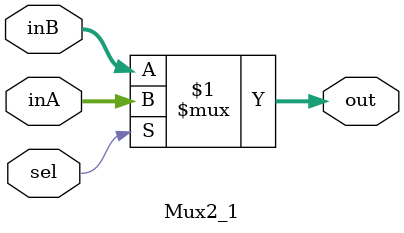
<source format=v>
module Mux2_1
	#(
		parameter NB_DATA = 5
	)
	(
		input wire [NB_DATA-1:0] inA,
		input wire [NB_DATA-1:0] inB,
		input wire sel,
		output wire [NB_DATA-1:0] out
	);

	assign out = (sel) ? inA : inB;

endmodule
</source>
